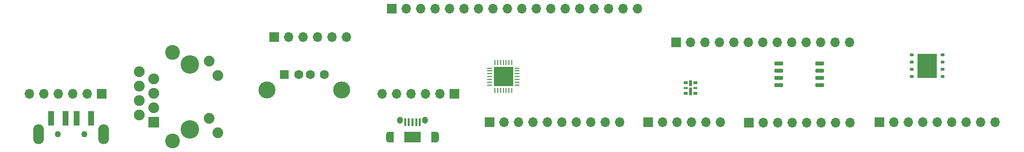
<source format=gbr>
%TF.GenerationSoftware,KiCad,Pcbnew,6.0.5*%
%TF.CreationDate,2022-05-09T00:08:56+02:00*%
%TF.ProjectId,gauge,67617567-652e-46b6-9963-61645f706362,rev?*%
%TF.SameCoordinates,Original*%
%TF.FileFunction,Soldermask,Top*%
%TF.FilePolarity,Negative*%
%FSLAX46Y46*%
G04 Gerber Fmt 4.6, Leading zero omitted, Abs format (unit mm)*
G04 Created by KiCad (PCBNEW 6.0.5) date 2022-05-09 00:08:56*
%MOMM*%
%LPD*%
G01*
G04 APERTURE LIST*
G04 Aperture macros list*
%AMRoundRect*
0 Rectangle with rounded corners*
0 $1 Rounding radius*
0 $2 $3 $4 $5 $6 $7 $8 $9 X,Y pos of 4 corners*
0 Add a 4 corners polygon primitive as box body*
4,1,4,$2,$3,$4,$5,$6,$7,$8,$9,$2,$3,0*
0 Add four circle primitives for the rounded corners*
1,1,$1+$1,$2,$3*
1,1,$1+$1,$4,$5*
1,1,$1+$1,$6,$7*
1,1,$1+$1,$8,$9*
0 Add four rect primitives between the rounded corners*
20,1,$1+$1,$2,$3,$4,$5,0*
20,1,$1+$1,$4,$5,$6,$7,0*
20,1,$1+$1,$6,$7,$8,$9,0*
20,1,$1+$1,$8,$9,$2,$3,0*%
G04 Aperture macros list end*
%ADD10R,1.700000X1.700000*%
%ADD11O,1.700000X1.700000*%
%ADD12RoundRect,0.125000X-0.250000X-0.125000X0.250000X-0.125000X0.250000X0.125000X-0.250000X0.125000X0*%
%ADD13R,3.400000X4.300000*%
%ADD14RoundRect,0.062500X-0.337500X-0.062500X0.337500X-0.062500X0.337500X0.062500X-0.337500X0.062500X0*%
%ADD15RoundRect,0.062500X-0.062500X-0.337500X0.062500X-0.337500X0.062500X0.337500X-0.062500X0.337500X0*%
%ADD16R,3.350000X3.350000*%
%ADD17R,0.400000X1.350000*%
%ADD18R,0.875000X1.900000*%
%ADD19O,1.000000X1.900000*%
%ADD20O,1.050000X1.250000*%
%ADD21R,2.900000X1.900000*%
%ADD22R,0.500000X1.000000*%
%ADD23R,0.800000X0.500000*%
%ADD24R,0.800000X0.300000*%
%ADD25R,0.500000X1.480000*%
%ADD26C,3.250000*%
%ADD27C,2.600000*%
%ADD28C,1.890000*%
%ADD29R,1.900000X1.900000*%
%ADD30C,1.900000*%
%ADD31R,1.600000X1.500000*%
%ADD32C,1.600000*%
%ADD33C,3.000000*%
%ADD34C,1.100000*%
%ADD35R,1.100000X2.500000*%
%ADD36O,1.900000X3.500000*%
%ADD37RoundRect,0.150000X-0.650000X-0.150000X0.650000X-0.150000X0.650000X0.150000X-0.650000X0.150000X0*%
G04 APERTURE END LIST*
D10*
%TO.C,J4*%
X140380000Y-115000000D03*
D11*
X142920000Y-115000000D03*
X145460000Y-115000000D03*
X148000000Y-115000000D03*
X150540000Y-115000000D03*
X153080000Y-115000000D03*
%TD*%
D10*
%TO.C,J15*%
X95375000Y-95000000D03*
D11*
X97915000Y-95000000D03*
X100455000Y-95000000D03*
X102995000Y-95000000D03*
X105535000Y-95000000D03*
X108075000Y-95000000D03*
X110615000Y-95000000D03*
X113155000Y-95000000D03*
X115695000Y-95000000D03*
X118235000Y-95000000D03*
X120775000Y-95000000D03*
X123315000Y-95000000D03*
X125855000Y-95000000D03*
X128395000Y-95000000D03*
X130935000Y-95000000D03*
X133475000Y-95000000D03*
X136015000Y-95000000D03*
X138555000Y-95000000D03*
%TD*%
D10*
%TO.C,J7*%
X74650000Y-100000000D03*
D11*
X77190000Y-100000000D03*
X79730000Y-100000000D03*
X82270000Y-100000000D03*
X84810000Y-100000000D03*
X87350000Y-100000000D03*
%TD*%
D10*
%TO.C,J12*%
X106350000Y-110000000D03*
D11*
X103810000Y-110000000D03*
X101270000Y-110000000D03*
X98730000Y-110000000D03*
X96190000Y-110000000D03*
X93650000Y-110000000D03*
%TD*%
D12*
%TO.C,U2*%
X186690000Y-103170000D03*
X186690000Y-104440000D03*
X186690000Y-105710000D03*
X186690000Y-106980000D03*
X192090000Y-106980000D03*
X192090000Y-105710000D03*
X192090000Y-104440000D03*
X192090000Y-103170000D03*
D13*
X189390000Y-105075000D03*
%TD*%
D14*
%TO.C,U3*%
X112500000Y-105500000D03*
X112500000Y-106000000D03*
X112500000Y-106500000D03*
X112500000Y-107000000D03*
X112500000Y-107500000D03*
X112500000Y-108000000D03*
X112500000Y-108500000D03*
D15*
X113450000Y-109450000D03*
X113950000Y-109450000D03*
X114450000Y-109450000D03*
X114950000Y-109450000D03*
X115450000Y-109450000D03*
X115950000Y-109450000D03*
X116450000Y-109450000D03*
D14*
X117400000Y-108500000D03*
X117400000Y-108000000D03*
X117400000Y-107500000D03*
X117400000Y-107000000D03*
X117400000Y-106500000D03*
X117400000Y-106000000D03*
X117400000Y-105500000D03*
D15*
X116450000Y-104550000D03*
X115950000Y-104550000D03*
X115450000Y-104550000D03*
X114950000Y-104550000D03*
X114450000Y-104550000D03*
X113950000Y-104550000D03*
X113450000Y-104550000D03*
D16*
X114950000Y-107000000D03*
%TD*%
D10*
%TO.C,J11*%
X181000000Y-115000000D03*
D11*
X183540000Y-115000000D03*
X186080000Y-115000000D03*
X188620000Y-115000000D03*
X191160000Y-115000000D03*
X193700000Y-115000000D03*
X196240000Y-115000000D03*
X198780000Y-115000000D03*
X201320000Y-115000000D03*
%TD*%
D17*
%TO.C,J3*%
X100300000Y-115000000D03*
X99650000Y-115000000D03*
X99000000Y-115000000D03*
X98350000Y-115000000D03*
X97700000Y-115000000D03*
D18*
X95262500Y-117675000D03*
X102737500Y-117675000D03*
D19*
X94825000Y-117675000D03*
D20*
X101225000Y-114675000D03*
D21*
X99000000Y-117675000D03*
D20*
X96775000Y-114675000D03*
D19*
X103175000Y-117675000D03*
%TD*%
D22*
%TO.C,D1*%
X147880000Y-108170000D03*
D23*
X147030000Y-108100000D03*
D24*
X147030000Y-109000000D03*
D23*
X147030000Y-109900000D03*
X148730000Y-109900000D03*
D24*
X148730000Y-109000000D03*
D25*
X147880000Y-109590000D03*
D23*
X148730000Y-108100000D03*
%TD*%
D26*
%TO.C,J1*%
X59895000Y-104840000D03*
X59895000Y-116270000D03*
D27*
X56845000Y-102780000D03*
X56845000Y-118330000D03*
D28*
X63275000Y-104230000D03*
X64795000Y-106770000D03*
X63275000Y-114340000D03*
X64795000Y-116880000D03*
D29*
X53555000Y-115000000D03*
D30*
X51015000Y-113730000D03*
X53555000Y-112460000D03*
X51015000Y-111190000D03*
X53555000Y-109920000D03*
X51015000Y-108650000D03*
X53555000Y-107380000D03*
X51015000Y-106110000D03*
%TD*%
D10*
%TO.C,J9*%
X44350000Y-110000000D03*
D11*
X41810000Y-110000000D03*
X39270000Y-110000000D03*
X36730000Y-110000000D03*
X34190000Y-110000000D03*
X31650000Y-110000000D03*
%TD*%
D31*
%TO.C,J6*%
X76500000Y-106640000D03*
D32*
X79000000Y-106640000D03*
X81000000Y-106640000D03*
X83500000Y-106640000D03*
D33*
X86570000Y-109350000D03*
X73430000Y-109350000D03*
%TD*%
D34*
%TO.C,J2*%
X36700000Y-117100000D03*
X41300000Y-117100000D03*
D35*
X42500000Y-114350000D03*
X40000000Y-114350000D03*
X38000000Y-114350000D03*
X35500000Y-114350000D03*
D36*
X33300000Y-117100000D03*
X44700000Y-117100000D03*
%TD*%
D10*
%TO.C,J10*%
X158120000Y-115095000D03*
D11*
X160660000Y-115095000D03*
X163200000Y-115095000D03*
X165740000Y-115095000D03*
X168280000Y-115095000D03*
X170820000Y-115095000D03*
X173360000Y-115095000D03*
X175900000Y-115095000D03*
%TD*%
D10*
%TO.C,J13*%
X112525000Y-115000000D03*
D11*
X115065000Y-115000000D03*
X117605000Y-115000000D03*
X120145000Y-115000000D03*
X122685000Y-115000000D03*
X125225000Y-115000000D03*
X127765000Y-115000000D03*
X130305000Y-115000000D03*
X132845000Y-115000000D03*
X135385000Y-115000000D03*
%TD*%
D10*
%TO.C,J8*%
X145275000Y-101000000D03*
D11*
X147815000Y-101000000D03*
X150355000Y-101000000D03*
X152895000Y-101000000D03*
X155435000Y-101000000D03*
X157975000Y-101000000D03*
X160515000Y-101000000D03*
X163055000Y-101000000D03*
X165595000Y-101000000D03*
X168135000Y-101000000D03*
X170675000Y-101000000D03*
X173215000Y-101000000D03*
X175755000Y-101000000D03*
%TD*%
D37*
%TO.C,U1*%
X163300000Y-104690000D03*
X163300000Y-105960000D03*
X163300000Y-107230000D03*
X163300000Y-108500000D03*
X170500000Y-108500000D03*
X170500000Y-107230000D03*
X170500000Y-105960000D03*
X170500000Y-104690000D03*
%TD*%
M02*

</source>
